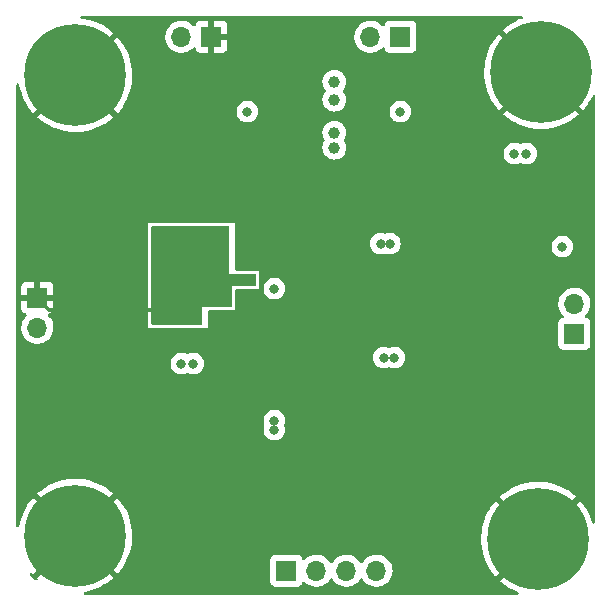
<source format=gbr>
%TF.GenerationSoftware,KiCad,Pcbnew,(6.0.1)*%
%TF.CreationDate,2022-05-08T06:10:33+05:45*%
%TF.ProjectId,STM32F4_Breakout,53544d33-3246-4345-9f42-7265616b6f75,rev?*%
%TF.SameCoordinates,Original*%
%TF.FileFunction,Copper,L2,Inr*%
%TF.FilePolarity,Positive*%
%FSLAX46Y46*%
G04 Gerber Fmt 4.6, Leading zero omitted, Abs format (unit mm)*
G04 Created by KiCad (PCBNEW (6.0.1)) date 2022-05-08 06:10:33*
%MOMM*%
%LPD*%
G01*
G04 APERTURE LIST*
%TA.AperFunction,ComponentPad*%
%ADD10C,0.900000*%
%TD*%
%TA.AperFunction,ComponentPad*%
%ADD11C,8.600000*%
%TD*%
%TA.AperFunction,ComponentPad*%
%ADD12R,1.700000X1.700000*%
%TD*%
%TA.AperFunction,ComponentPad*%
%ADD13O,1.700000X1.700000*%
%TD*%
%TA.AperFunction,ViaPad*%
%ADD14C,1.000000*%
%TD*%
%TA.AperFunction,ViaPad*%
%ADD15C,0.800000*%
%TD*%
%TA.AperFunction,Conductor*%
%ADD16C,0.300000*%
%TD*%
G04 APERTURE END LIST*
D10*
%TO.N,GND*%
%TO.C,H3*%
X76733000Y-25296000D03*
X77677581Y-23015581D03*
X79958000Y-28521000D03*
X79958000Y-22071000D03*
X82238419Y-23015581D03*
X83183000Y-25296000D03*
X82238419Y-27576419D03*
X77677581Y-27576419D03*
D11*
X79928000Y-25246000D03*
%TD*%
%TO.N,GND*%
%TO.C,H1*%
X40500000Y-64500000D03*
D10*
X38053581Y-62385581D03*
X38053581Y-66946419D03*
X40334000Y-67891000D03*
X42614419Y-62385581D03*
X43559000Y-64666000D03*
X42614419Y-66946419D03*
X37109000Y-64666000D03*
X40334000Y-61441000D03*
%TD*%
D12*
%TO.N,GND*%
%TO.C,J2*%
X37286000Y-44341000D03*
D13*
%TO.N,+3V3*%
X37286000Y-46881000D03*
%TD*%
D10*
%TO.N,GND*%
%TO.C,H4*%
X77423581Y-66946419D03*
X81984419Y-62385581D03*
X81984419Y-66946419D03*
D11*
X79674000Y-64754000D03*
D10*
X79704000Y-61441000D03*
X77423581Y-62385581D03*
X79704000Y-67891000D03*
X82929000Y-64666000D03*
X76479000Y-64666000D03*
%TD*%
%TO.N,GND*%
%TO.C,H2*%
X40334000Y-22325000D03*
X43559000Y-25550000D03*
D11*
X40500000Y-25500000D03*
D10*
X38053581Y-23269581D03*
X40334000Y-28775000D03*
X38053581Y-27830419D03*
X37109000Y-25550000D03*
X42614419Y-27830419D03*
X42614419Y-23269581D03*
%TD*%
D12*
%TO.N,SPI1_CS*%
%TO.C,J3*%
X58378000Y-67460000D03*
D13*
%TO.N,SPI1_SCK*%
X60918000Y-67460000D03*
%TO.N,SPI1_MISO*%
X63458000Y-67460000D03*
%TO.N,SPI1_MOSI*%
X65998000Y-67460000D03*
%TD*%
D12*
%TO.N,USART1_TX*%
%TO.C,J5*%
X82752000Y-47399000D03*
D13*
%TO.N,USART1_RX*%
X82752000Y-44859000D03*
%TD*%
D12*
%TO.N,GND*%
%TO.C,J6*%
X52023000Y-22248000D03*
D13*
%TO.N,VCC*%
X49483000Y-22248000D03*
%TD*%
D12*
%TO.N,I2C1_SCL*%
%TO.C,J1*%
X68025000Y-22248000D03*
D13*
%TO.N,I2C1_SDA*%
X65485000Y-22248000D03*
%TD*%
D14*
%TO.N,GND*%
X74878000Y-34440000D03*
D15*
X52780000Y-44727000D03*
D14*
X60908000Y-23010000D03*
X74878000Y-31900000D03*
X59638000Y-23010000D03*
D15*
X51256000Y-39774000D03*
D14*
X74878000Y-35710000D03*
X58368000Y-23010000D03*
X54558000Y-23010000D03*
X55828000Y-23010000D03*
X74878000Y-33170000D03*
D15*
X69544000Y-51458000D03*
X71068000Y-40536000D03*
D14*
X57098000Y-23010000D03*
D15*
X48716000Y-45362000D03*
X56082000Y-51712000D03*
X63448000Y-54760000D03*
X62178000Y-54506000D03*
X67766000Y-51458000D03*
%TO.N,+3V3*%
X49478000Y-49934000D03*
X55066000Y-28598000D03*
X67131000Y-39774000D03*
D14*
X62432000Y-30376000D03*
D15*
X68020000Y-28598000D03*
X78688000Y-32154000D03*
X66369000Y-39774000D03*
X57352000Y-54760000D03*
X57352000Y-55522000D03*
X77672000Y-32154000D03*
D14*
X62432000Y-31646000D03*
D15*
X66623000Y-49426000D03*
X67512000Y-49426000D03*
X50494000Y-49934000D03*
D14*
X62432000Y-26058000D03*
X62432000Y-27582000D03*
D15*
%TO.N,NRST*%
X81736000Y-40028000D03*
X57352000Y-43584000D03*
%TD*%
D16*
%TO.N,GND*%
X48716000Y-45362000D02*
X38307000Y-45362000D01*
X38307000Y-45362000D02*
X37286000Y-44341000D01*
%TD*%
%TA.AperFunction,Conductor*%
%TO.N,GND*%
G36*
X53484121Y-38270002D02*
G01*
X53530614Y-38323658D01*
X53542000Y-38376000D01*
X53542000Y-42314000D01*
X55702000Y-42314000D01*
X55770121Y-42334002D01*
X55816614Y-42387658D01*
X55828000Y-42440000D01*
X55828000Y-43204000D01*
X55807998Y-43272121D01*
X55754342Y-43318614D01*
X55702000Y-43330000D01*
X53796000Y-43330000D01*
X53796000Y-44982000D01*
X53775998Y-45050121D01*
X53722342Y-45096614D01*
X53670000Y-45108000D01*
X51256000Y-45108000D01*
X51256000Y-46506000D01*
X51235998Y-46574121D01*
X51182342Y-46620614D01*
X51130000Y-46632000D01*
X47064000Y-46632000D01*
X46995879Y-46611998D01*
X46949386Y-46558342D01*
X46938000Y-46506000D01*
X46938000Y-38376000D01*
X46958002Y-38307879D01*
X47011658Y-38261386D01*
X47064000Y-38250000D01*
X53416000Y-38250000D01*
X53484121Y-38270002D01*
G37*
%TD.AperFunction*%
%TD*%
%TA.AperFunction,Conductor*%
%TO.N,GND*%
G36*
X78346048Y-20490002D02*
G01*
X78392541Y-20543658D01*
X78402645Y-20613932D01*
X78373151Y-20678512D01*
X78320297Y-20714662D01*
X78112153Y-20788983D01*
X78106965Y-20791100D01*
X77723133Y-20968050D01*
X77718164Y-20970614D01*
X77351581Y-21180984D01*
X77346848Y-21183987D01*
X77000420Y-21426109D01*
X76995979Y-21429517D01*
X76724476Y-21657739D01*
X76716031Y-21670456D01*
X76722139Y-21680929D01*
X83490142Y-28448932D01*
X83503903Y-28456446D01*
X83513263Y-28449989D01*
X83682244Y-28257303D01*
X83685744Y-28252935D01*
X83935073Y-27911645D01*
X83938168Y-27906987D01*
X84156160Y-27544903D01*
X84158841Y-27539964D01*
X84290704Y-27269007D01*
X84338498Y-27216507D01*
X84407089Y-27198181D01*
X84474699Y-27219847D01*
X84519862Y-27274626D01*
X84530000Y-27324143D01*
X84530000Y-63345403D01*
X84509998Y-63413524D01*
X84456342Y-63460017D01*
X84386068Y-63470121D01*
X84321488Y-63440627D01*
X84284065Y-63384025D01*
X84185847Y-63079025D01*
X84183910Y-63073815D01*
X84019098Y-62684599D01*
X84016683Y-62679536D01*
X83817936Y-62306535D01*
X83815085Y-62301713D01*
X83583974Y-61947865D01*
X83580692Y-61943297D01*
X83319030Y-61611380D01*
X83315382Y-61607155D01*
X83262103Y-61550715D01*
X83248389Y-61542705D01*
X83247517Y-61542742D01*
X83239438Y-61547772D01*
X76470736Y-68316474D01*
X76463122Y-68330418D01*
X76463171Y-68331110D01*
X76468617Y-68339274D01*
X76546268Y-68411812D01*
X76550507Y-68415433D01*
X76883802Y-68675363D01*
X76888359Y-68678602D01*
X77243448Y-68907880D01*
X77248250Y-68910686D01*
X77622316Y-69107491D01*
X77627374Y-69109871D01*
X77962509Y-69249718D01*
X78017673Y-69294411D01*
X78039917Y-69361833D01*
X78022179Y-69430578D01*
X77970091Y-69478820D01*
X77913986Y-69492000D01*
X41330361Y-69492000D01*
X41262240Y-69471998D01*
X41215747Y-69418342D01*
X41205643Y-69348068D01*
X41235137Y-69283488D01*
X41294863Y-69245104D01*
X41312934Y-69241211D01*
X41374305Y-69232640D01*
X41379792Y-69231623D01*
X41791543Y-69136185D01*
X41796929Y-69134681D01*
X42198567Y-69003018D01*
X42203784Y-69001046D01*
X42592126Y-68834202D01*
X42597169Y-68831764D01*
X42969131Y-68631063D01*
X42973935Y-68628188D01*
X43326563Y-68395231D01*
X43331126Y-68391916D01*
X43373520Y-68358134D01*
X57019500Y-68358134D01*
X57026255Y-68420316D01*
X57077385Y-68556705D01*
X57164739Y-68673261D01*
X57281295Y-68760615D01*
X57417684Y-68811745D01*
X57479866Y-68818500D01*
X59276134Y-68818500D01*
X59338316Y-68811745D01*
X59474705Y-68760615D01*
X59591261Y-68673261D01*
X59678615Y-68556705D01*
X59683346Y-68544086D01*
X59722598Y-68439382D01*
X59765240Y-68382618D01*
X59831802Y-68357918D01*
X59901150Y-68373126D01*
X59935817Y-68401114D01*
X59964250Y-68433938D01*
X60136126Y-68576632D01*
X60329000Y-68689338D01*
X60537692Y-68769030D01*
X60542760Y-68770061D01*
X60542763Y-68770062D01*
X60650017Y-68791883D01*
X60756597Y-68813567D01*
X60761772Y-68813757D01*
X60761774Y-68813757D01*
X60974673Y-68821564D01*
X60974677Y-68821564D01*
X60979837Y-68821753D01*
X60984957Y-68821097D01*
X60984959Y-68821097D01*
X61196288Y-68794025D01*
X61196289Y-68794025D01*
X61201416Y-68793368D01*
X61206366Y-68791883D01*
X61410429Y-68730661D01*
X61410434Y-68730659D01*
X61415384Y-68729174D01*
X61615994Y-68630896D01*
X61797860Y-68501173D01*
X61956096Y-68343489D01*
X61965489Y-68330418D01*
X62086453Y-68162077D01*
X62087776Y-68163028D01*
X62134645Y-68119857D01*
X62204580Y-68107625D01*
X62270026Y-68135144D01*
X62297875Y-68166994D01*
X62357987Y-68265088D01*
X62504250Y-68433938D01*
X62676126Y-68576632D01*
X62869000Y-68689338D01*
X63077692Y-68769030D01*
X63082760Y-68770061D01*
X63082763Y-68770062D01*
X63190017Y-68791883D01*
X63296597Y-68813567D01*
X63301772Y-68813757D01*
X63301774Y-68813757D01*
X63514673Y-68821564D01*
X63514677Y-68821564D01*
X63519837Y-68821753D01*
X63524957Y-68821097D01*
X63524959Y-68821097D01*
X63736288Y-68794025D01*
X63736289Y-68794025D01*
X63741416Y-68793368D01*
X63746366Y-68791883D01*
X63950429Y-68730661D01*
X63950434Y-68730659D01*
X63955384Y-68729174D01*
X64155994Y-68630896D01*
X64337860Y-68501173D01*
X64496096Y-68343489D01*
X64505489Y-68330418D01*
X64626453Y-68162077D01*
X64627776Y-68163028D01*
X64674645Y-68119857D01*
X64744580Y-68107625D01*
X64810026Y-68135144D01*
X64837875Y-68166994D01*
X64897987Y-68265088D01*
X65044250Y-68433938D01*
X65216126Y-68576632D01*
X65409000Y-68689338D01*
X65617692Y-68769030D01*
X65622760Y-68770061D01*
X65622763Y-68770062D01*
X65730017Y-68791883D01*
X65836597Y-68813567D01*
X65841772Y-68813757D01*
X65841774Y-68813757D01*
X66054673Y-68821564D01*
X66054677Y-68821564D01*
X66059837Y-68821753D01*
X66064957Y-68821097D01*
X66064959Y-68821097D01*
X66276288Y-68794025D01*
X66276289Y-68794025D01*
X66281416Y-68793368D01*
X66286366Y-68791883D01*
X66490429Y-68730661D01*
X66490434Y-68730659D01*
X66495384Y-68729174D01*
X66695994Y-68630896D01*
X66877860Y-68501173D01*
X67036096Y-68343489D01*
X67045489Y-68330418D01*
X67163435Y-68166277D01*
X67166453Y-68162077D01*
X67176309Y-68142136D01*
X67263136Y-67966453D01*
X67263137Y-67966451D01*
X67265430Y-67961811D01*
X67301005Y-67844719D01*
X67328865Y-67753023D01*
X67328865Y-67753021D01*
X67330370Y-67748069D01*
X67359529Y-67526590D01*
X67360367Y-67492303D01*
X67361074Y-67463365D01*
X67361074Y-67463361D01*
X67361156Y-67460000D01*
X67342852Y-67237361D01*
X67288431Y-67020702D01*
X67199354Y-66815840D01*
X67133517Y-66714072D01*
X67080822Y-66632617D01*
X67080820Y-66632614D01*
X67078014Y-66628277D01*
X66927670Y-66463051D01*
X66923619Y-66459852D01*
X66923615Y-66459848D01*
X66756414Y-66327800D01*
X66756410Y-66327798D01*
X66752359Y-66324598D01*
X66556789Y-66216638D01*
X66551920Y-66214914D01*
X66551916Y-66214912D01*
X66351087Y-66143795D01*
X66351083Y-66143794D01*
X66346212Y-66142069D01*
X66341119Y-66141162D01*
X66341116Y-66141161D01*
X66131373Y-66103800D01*
X66131367Y-66103799D01*
X66126284Y-66102894D01*
X66052452Y-66101992D01*
X65908081Y-66100228D01*
X65908079Y-66100228D01*
X65902911Y-66100165D01*
X65682091Y-66133955D01*
X65469756Y-66203357D01*
X65271607Y-66306507D01*
X65267474Y-66309610D01*
X65267471Y-66309612D01*
X65128511Y-66413946D01*
X65092965Y-66440635D01*
X65089393Y-66444373D01*
X64952895Y-66587210D01*
X64938629Y-66602138D01*
X64831201Y-66759621D01*
X64776293Y-66804621D01*
X64705768Y-66812792D01*
X64642021Y-66781538D01*
X64621324Y-66757054D01*
X64540822Y-66632617D01*
X64540820Y-66632614D01*
X64538014Y-66628277D01*
X64387670Y-66463051D01*
X64383619Y-66459852D01*
X64383615Y-66459848D01*
X64216414Y-66327800D01*
X64216410Y-66327798D01*
X64212359Y-66324598D01*
X64016789Y-66216638D01*
X64011920Y-66214914D01*
X64011916Y-66214912D01*
X63811087Y-66143795D01*
X63811083Y-66143794D01*
X63806212Y-66142069D01*
X63801119Y-66141162D01*
X63801116Y-66141161D01*
X63591373Y-66103800D01*
X63591367Y-66103799D01*
X63586284Y-66102894D01*
X63512452Y-66101992D01*
X63368081Y-66100228D01*
X63368079Y-66100228D01*
X63362911Y-66100165D01*
X63142091Y-66133955D01*
X62929756Y-66203357D01*
X62731607Y-66306507D01*
X62727474Y-66309610D01*
X62727471Y-66309612D01*
X62588511Y-66413946D01*
X62552965Y-66440635D01*
X62549393Y-66444373D01*
X62412895Y-66587210D01*
X62398629Y-66602138D01*
X62291201Y-66759621D01*
X62236293Y-66804621D01*
X62165768Y-66812792D01*
X62102021Y-66781538D01*
X62081324Y-66757054D01*
X62000822Y-66632617D01*
X62000820Y-66632614D01*
X61998014Y-66628277D01*
X61847670Y-66463051D01*
X61843619Y-66459852D01*
X61843615Y-66459848D01*
X61676414Y-66327800D01*
X61676410Y-66327798D01*
X61672359Y-66324598D01*
X61476789Y-66216638D01*
X61471920Y-66214914D01*
X61471916Y-66214912D01*
X61271087Y-66143795D01*
X61271083Y-66143794D01*
X61266212Y-66142069D01*
X61261119Y-66141162D01*
X61261116Y-66141161D01*
X61051373Y-66103800D01*
X61051367Y-66103799D01*
X61046284Y-66102894D01*
X60972452Y-66101992D01*
X60828081Y-66100228D01*
X60828079Y-66100228D01*
X60822911Y-66100165D01*
X60602091Y-66133955D01*
X60389756Y-66203357D01*
X60191607Y-66306507D01*
X60187474Y-66309610D01*
X60187471Y-66309612D01*
X60048511Y-66413946D01*
X60012965Y-66440635D01*
X59956537Y-66499684D01*
X59932283Y-66525064D01*
X59870759Y-66560494D01*
X59799846Y-66557037D01*
X59742060Y-66515791D01*
X59723207Y-66482243D01*
X59681767Y-66371703D01*
X59678615Y-66363295D01*
X59591261Y-66246739D01*
X59474705Y-66159385D01*
X59338316Y-66108255D01*
X59276134Y-66101500D01*
X57479866Y-66101500D01*
X57417684Y-66108255D01*
X57281295Y-66159385D01*
X57164739Y-66246739D01*
X57077385Y-66363295D01*
X57026255Y-66499684D01*
X57019500Y-66561866D01*
X57019500Y-68358134D01*
X43373520Y-68358134D01*
X43661658Y-68128529D01*
X43665873Y-68124852D01*
X43703823Y-68088649D01*
X43711763Y-68074890D01*
X43711713Y-68073843D01*
X43706822Y-68066032D01*
X43319319Y-67678529D01*
X43305375Y-67670915D01*
X43303540Y-67671046D01*
X43296930Y-67675294D01*
X43229601Y-67742622D01*
X43167288Y-67776647D01*
X43096473Y-67771581D01*
X43051410Y-67742621D01*
X42255209Y-66946419D01*
X41818216Y-66509427D01*
X41784191Y-66447115D01*
X41789256Y-66376299D01*
X41818216Y-66331237D01*
X41882313Y-66267139D01*
X41889924Y-66253201D01*
X41889792Y-66251365D01*
X41885543Y-66244753D01*
X40512812Y-64872022D01*
X40498868Y-64864408D01*
X40497035Y-64864539D01*
X40490420Y-64868790D01*
X38938879Y-66420331D01*
X38053581Y-67305628D01*
X37527494Y-67831716D01*
X37296736Y-68062474D01*
X37289122Y-68076418D01*
X37289171Y-68077110D01*
X37295576Y-68086713D01*
X37316734Y-68154483D01*
X37297894Y-68222934D01*
X37245037Y-68270334D01*
X37174945Y-68281632D01*
X37107336Y-68251061D01*
X37075494Y-68222934D01*
X36988042Y-68145685D01*
X36980320Y-68138256D01*
X36977350Y-68135144D01*
X36703827Y-67848596D01*
X36696761Y-67840532D01*
X36674992Y-67813448D01*
X36647906Y-67747822D01*
X36660600Y-67677969D01*
X36709045Y-67626069D01*
X36777858Y-67608598D01*
X36845193Y-67631104D01*
X36867058Y-67650447D01*
X36913222Y-67701988D01*
X36926717Y-67710351D01*
X36936128Y-67704662D01*
X37168283Y-67472507D01*
X38053581Y-66587210D01*
X38078924Y-66561867D01*
X38579668Y-66061122D01*
X40127978Y-64512812D01*
X40134356Y-64501132D01*
X40864408Y-64501132D01*
X40864539Y-64502965D01*
X40868790Y-64509580D01*
X44062142Y-67702932D01*
X44075903Y-67710446D01*
X44085263Y-67703989D01*
X44254244Y-67511303D01*
X44257744Y-67506935D01*
X44507073Y-67165645D01*
X44510168Y-67160987D01*
X44728160Y-66798903D01*
X44730841Y-66793964D01*
X44915779Y-66413946D01*
X44918014Y-66408780D01*
X45068442Y-66013815D01*
X45070201Y-66008496D01*
X45184920Y-65601730D01*
X45186204Y-65596259D01*
X45264315Y-65180883D01*
X45265102Y-65175346D01*
X45306035Y-64754102D01*
X45306308Y-64749665D01*
X45309420Y-64630825D01*
X74862855Y-64630825D01*
X74870600Y-65053410D01*
X74870950Y-65058976D01*
X74916231Y-65479208D01*
X74917078Y-65484746D01*
X74999535Y-65899286D01*
X75000864Y-65904698D01*
X75119852Y-66310289D01*
X75121658Y-66315564D01*
X75276219Y-66708948D01*
X75278501Y-66714072D01*
X75467416Y-67092150D01*
X75470140Y-67097043D01*
X75691917Y-67456833D01*
X75695068Y-67461469D01*
X75947955Y-67800127D01*
X75951488Y-67804444D01*
X76087222Y-67955988D01*
X76100717Y-67964351D01*
X76110128Y-67958662D01*
X76554471Y-67514319D01*
X76566493Y-67492303D01*
X76577834Y-67440172D01*
X76599326Y-67411463D01*
X77423581Y-66587209D01*
X77888481Y-66122308D01*
X77950793Y-66088283D01*
X77968586Y-66085725D01*
X77981635Y-66084792D01*
X77988249Y-66080541D01*
X79301978Y-64766812D01*
X79309592Y-64752868D01*
X79309461Y-64751035D01*
X79305210Y-64744420D01*
X76109561Y-61548771D01*
X76096253Y-61541504D01*
X76086214Y-61548626D01*
X75842223Y-61841994D01*
X75838828Y-61846467D01*
X75598528Y-62194152D01*
X75595549Y-62198902D01*
X75387106Y-62566575D01*
X75384562Y-62571568D01*
X75209629Y-62956312D01*
X75207538Y-62961511D01*
X75067498Y-63360290D01*
X75065877Y-63365659D01*
X74961840Y-63775303D01*
X74960706Y-63780776D01*
X74893496Y-64198054D01*
X74892851Y-64203632D01*
X74863002Y-64625204D01*
X74862855Y-64630825D01*
X45309420Y-64630825D01*
X45312788Y-64502233D01*
X45312746Y-64497762D01*
X45293917Y-64074973D01*
X45293419Y-64069386D01*
X45237155Y-63650499D01*
X45236162Y-63644976D01*
X45142883Y-63232748D01*
X45141410Y-63227361D01*
X45011847Y-62825025D01*
X45009910Y-62819815D01*
X44845098Y-62430599D01*
X44842683Y-62425536D01*
X44643936Y-62052535D01*
X44641085Y-62047713D01*
X44409974Y-61693865D01*
X44406692Y-61689297D01*
X44145030Y-61357380D01*
X44141382Y-61353155D01*
X44088103Y-61296715D01*
X44074389Y-61288705D01*
X44073517Y-61288742D01*
X44065438Y-61293772D01*
X43499717Y-61859493D01*
X42614419Y-62744790D01*
X42088332Y-63270878D01*
X40872022Y-64487188D01*
X40864408Y-64501132D01*
X40134356Y-64501132D01*
X40135592Y-64498868D01*
X40135461Y-64497035D01*
X40131210Y-64490420D01*
X38758481Y-63117691D01*
X38744537Y-63110077D01*
X38742702Y-63110208D01*
X38736092Y-63114456D01*
X38668763Y-63181784D01*
X38606450Y-63215809D01*
X38535635Y-63210743D01*
X38490572Y-63181783D01*
X37694371Y-62385581D01*
X37257378Y-61948589D01*
X37223353Y-61886277D01*
X37228418Y-61815461D01*
X37257378Y-61770399D01*
X37321475Y-61706301D01*
X37329086Y-61692363D01*
X37328954Y-61690527D01*
X37324705Y-61683915D01*
X36935561Y-61294771D01*
X36922253Y-61287504D01*
X36912214Y-61294626D01*
X36668223Y-61587994D01*
X36664828Y-61592467D01*
X36424528Y-61940152D01*
X36421549Y-61944902D01*
X36213106Y-62312575D01*
X36210562Y-62317568D01*
X36035629Y-62702312D01*
X36033538Y-62707511D01*
X35893498Y-63106290D01*
X35891877Y-63111659D01*
X35787840Y-63521303D01*
X35786706Y-63526776D01*
X35758397Y-63702537D01*
X35727817Y-63766611D01*
X35667451Y-63803980D01*
X35596464Y-63802780D01*
X35537395Y-63763393D01*
X35508997Y-63698323D01*
X35508000Y-63682501D01*
X35508000Y-60924456D01*
X37288031Y-60924456D01*
X37294139Y-60934929D01*
X40487188Y-64127978D01*
X40501132Y-64135592D01*
X40502965Y-64135461D01*
X40509580Y-64131210D01*
X41729121Y-62911669D01*
X42614419Y-62026372D01*
X42695284Y-61945507D01*
X43140506Y-61500284D01*
X43462334Y-61178456D01*
X76462031Y-61178456D01*
X76468139Y-61188929D01*
X76825681Y-61546471D01*
X76839625Y-61554085D01*
X76870744Y-61551860D01*
X76890952Y-61545927D01*
X76959072Y-61565932D01*
X76980043Y-61582832D01*
X77423581Y-62026371D01*
X78228621Y-62831410D01*
X78262646Y-62893722D01*
X78257581Y-62964538D01*
X78254967Y-62970262D01*
X78255208Y-62973634D01*
X78259460Y-62980250D01*
X79661188Y-64381978D01*
X79675132Y-64389592D01*
X79676965Y-64389461D01*
X79683580Y-64385210D01*
X81115309Y-62953481D01*
X81127331Y-62931465D01*
X81138672Y-62879334D01*
X81160164Y-62850625D01*
X81984419Y-62026371D01*
X82449319Y-61561470D01*
X82511631Y-61527445D01*
X82529424Y-61524887D01*
X82542473Y-61523954D01*
X82549087Y-61519703D01*
X82876754Y-61192036D01*
X82884316Y-61178187D01*
X82877987Y-61168962D01*
X82704928Y-61015582D01*
X82700561Y-61012046D01*
X82360600Y-60760948D01*
X82355947Y-60757821D01*
X81994995Y-60537926D01*
X81990094Y-60535232D01*
X81611027Y-60348297D01*
X81605904Y-60346048D01*
X81211707Y-60193545D01*
X81206417Y-60191765D01*
X80800218Y-60074904D01*
X80794794Y-60073602D01*
X80379822Y-59993316D01*
X80374293Y-59992500D01*
X79953828Y-59949420D01*
X79948247Y-59949098D01*
X79525635Y-59943566D01*
X79520024Y-59943742D01*
X79098593Y-59975800D01*
X79093036Y-59976472D01*
X78676128Y-60045864D01*
X78670631Y-60047032D01*
X78261547Y-60153209D01*
X78256181Y-60154861D01*
X77858153Y-60296983D01*
X77852965Y-60299100D01*
X77469133Y-60476050D01*
X77464164Y-60478614D01*
X77097581Y-60688984D01*
X77092848Y-60691987D01*
X76746420Y-60934109D01*
X76741979Y-60937517D01*
X76470476Y-61165739D01*
X76462031Y-61178456D01*
X43462334Y-61178456D01*
X43702754Y-60938036D01*
X43710316Y-60924187D01*
X43703987Y-60914962D01*
X43530928Y-60761582D01*
X43526561Y-60758046D01*
X43186600Y-60506948D01*
X43181947Y-60503821D01*
X42820995Y-60283926D01*
X42816094Y-60281232D01*
X42437027Y-60094297D01*
X42431904Y-60092048D01*
X42037707Y-59939545D01*
X42032417Y-59937765D01*
X41626218Y-59820904D01*
X41620794Y-59819602D01*
X41205822Y-59739316D01*
X41200293Y-59738500D01*
X40779828Y-59695420D01*
X40774247Y-59695098D01*
X40351635Y-59689566D01*
X40346024Y-59689742D01*
X39924593Y-59721800D01*
X39919036Y-59722472D01*
X39502128Y-59791864D01*
X39496631Y-59793032D01*
X39087547Y-59899209D01*
X39082181Y-59900861D01*
X38684153Y-60042983D01*
X38678965Y-60045100D01*
X38295133Y-60222050D01*
X38290164Y-60224614D01*
X37923581Y-60434984D01*
X37918848Y-60437987D01*
X37572420Y-60680109D01*
X37567979Y-60683517D01*
X37296476Y-60911739D01*
X37288031Y-60924456D01*
X35508000Y-60924456D01*
X35508000Y-55522000D01*
X56438496Y-55522000D01*
X56458458Y-55711928D01*
X56517473Y-55893556D01*
X56612960Y-56058944D01*
X56740747Y-56200866D01*
X56895248Y-56313118D01*
X56901276Y-56315802D01*
X56901278Y-56315803D01*
X57063681Y-56388109D01*
X57069712Y-56390794D01*
X57163112Y-56410647D01*
X57250056Y-56429128D01*
X57250061Y-56429128D01*
X57256513Y-56430500D01*
X57447487Y-56430500D01*
X57453939Y-56429128D01*
X57453944Y-56429128D01*
X57540888Y-56410647D01*
X57634288Y-56390794D01*
X57640319Y-56388109D01*
X57802722Y-56315803D01*
X57802724Y-56315802D01*
X57808752Y-56313118D01*
X57963253Y-56200866D01*
X58091040Y-56058944D01*
X58186527Y-55893556D01*
X58245542Y-55711928D01*
X58265504Y-55522000D01*
X58245542Y-55332072D01*
X58196110Y-55179936D01*
X58194082Y-55108969D01*
X58196110Y-55102064D01*
X58243502Y-54956206D01*
X58245542Y-54949928D01*
X58265504Y-54760000D01*
X58245542Y-54570072D01*
X58186527Y-54388444D01*
X58091040Y-54223056D01*
X57963253Y-54081134D01*
X57808752Y-53968882D01*
X57802724Y-53966198D01*
X57802722Y-53966197D01*
X57640319Y-53893891D01*
X57640318Y-53893891D01*
X57634288Y-53891206D01*
X57540887Y-53871353D01*
X57453944Y-53852872D01*
X57453939Y-53852872D01*
X57447487Y-53851500D01*
X57256513Y-53851500D01*
X57250061Y-53852872D01*
X57250056Y-53852872D01*
X57163112Y-53871353D01*
X57069712Y-53891206D01*
X57063682Y-53893891D01*
X57063681Y-53893891D01*
X56901278Y-53966197D01*
X56901276Y-53966198D01*
X56895248Y-53968882D01*
X56740747Y-54081134D01*
X56612960Y-54223056D01*
X56517473Y-54388444D01*
X56458458Y-54570072D01*
X56438496Y-54760000D01*
X56458458Y-54949928D01*
X56460498Y-54956206D01*
X56507890Y-55102064D01*
X56509918Y-55173031D01*
X56507890Y-55179936D01*
X56458458Y-55332072D01*
X56438496Y-55522000D01*
X35508000Y-55522000D01*
X35508000Y-49934000D01*
X48564496Y-49934000D01*
X48565186Y-49940565D01*
X48582863Y-50108749D01*
X48584458Y-50123928D01*
X48643473Y-50305556D01*
X48738960Y-50470944D01*
X48866747Y-50612866D01*
X49021248Y-50725118D01*
X49027276Y-50727802D01*
X49027278Y-50727803D01*
X49189681Y-50800109D01*
X49195712Y-50802794D01*
X49289112Y-50822647D01*
X49376056Y-50841128D01*
X49376061Y-50841128D01*
X49382513Y-50842500D01*
X49573487Y-50842500D01*
X49579939Y-50841128D01*
X49579944Y-50841128D01*
X49666888Y-50822647D01*
X49760288Y-50802794D01*
X49934752Y-50725118D01*
X50005118Y-50715684D01*
X50037247Y-50725118D01*
X50037248Y-50725118D01*
X50211712Y-50802794D01*
X50305112Y-50822647D01*
X50392056Y-50841128D01*
X50392061Y-50841128D01*
X50398513Y-50842500D01*
X50589487Y-50842500D01*
X50595939Y-50841128D01*
X50595944Y-50841128D01*
X50682888Y-50822647D01*
X50776288Y-50802794D01*
X50782319Y-50800109D01*
X50944722Y-50727803D01*
X50944724Y-50727802D01*
X50950752Y-50725118D01*
X51105253Y-50612866D01*
X51233040Y-50470944D01*
X51328527Y-50305556D01*
X51387542Y-50123928D01*
X51389138Y-50108749D01*
X51406814Y-49940565D01*
X51407504Y-49934000D01*
X51387542Y-49744072D01*
X51328527Y-49562444D01*
X51249751Y-49426000D01*
X65709496Y-49426000D01*
X65729458Y-49615928D01*
X65788473Y-49797556D01*
X65883960Y-49962944D01*
X66011747Y-50104866D01*
X66166248Y-50217118D01*
X66172276Y-50219802D01*
X66172278Y-50219803D01*
X66229748Y-50245390D01*
X66340712Y-50294794D01*
X66434113Y-50314647D01*
X66521056Y-50333128D01*
X66521061Y-50333128D01*
X66527513Y-50334500D01*
X66718487Y-50334500D01*
X66724939Y-50333128D01*
X66724944Y-50333128D01*
X66811887Y-50314647D01*
X66905288Y-50294794D01*
X67016252Y-50245390D01*
X67086618Y-50235956D01*
X67118746Y-50245389D01*
X67229712Y-50294794D01*
X67323113Y-50314647D01*
X67410056Y-50333128D01*
X67410061Y-50333128D01*
X67416513Y-50334500D01*
X67607487Y-50334500D01*
X67613939Y-50333128D01*
X67613944Y-50333128D01*
X67700887Y-50314647D01*
X67794288Y-50294794D01*
X67905252Y-50245390D01*
X67962722Y-50219803D01*
X67962724Y-50219802D01*
X67968752Y-50217118D01*
X68123253Y-50104866D01*
X68251040Y-49962944D01*
X68346527Y-49797556D01*
X68405542Y-49615928D01*
X68425504Y-49426000D01*
X68408062Y-49260045D01*
X68406232Y-49242635D01*
X68406232Y-49242633D01*
X68405542Y-49236072D01*
X68346527Y-49054444D01*
X68251040Y-48889056D01*
X68123253Y-48747134D01*
X67968752Y-48634882D01*
X67962724Y-48632198D01*
X67962722Y-48632197D01*
X67800319Y-48559891D01*
X67800318Y-48559891D01*
X67794288Y-48557206D01*
X67700888Y-48537353D01*
X67613944Y-48518872D01*
X67613939Y-48518872D01*
X67607487Y-48517500D01*
X67416513Y-48517500D01*
X67410061Y-48518872D01*
X67410056Y-48518872D01*
X67323112Y-48537353D01*
X67229712Y-48557206D01*
X67118748Y-48606610D01*
X67048382Y-48616044D01*
X67016254Y-48606611D01*
X66905288Y-48557206D01*
X66811888Y-48537353D01*
X66724944Y-48518872D01*
X66724939Y-48518872D01*
X66718487Y-48517500D01*
X66527513Y-48517500D01*
X66521061Y-48518872D01*
X66521056Y-48518872D01*
X66434112Y-48537353D01*
X66340712Y-48557206D01*
X66334682Y-48559891D01*
X66334681Y-48559891D01*
X66172278Y-48632197D01*
X66172276Y-48632198D01*
X66166248Y-48634882D01*
X66011747Y-48747134D01*
X65883960Y-48889056D01*
X65788473Y-49054444D01*
X65729458Y-49236072D01*
X65728768Y-49242633D01*
X65728768Y-49242635D01*
X65726938Y-49260045D01*
X65709496Y-49426000D01*
X51249751Y-49426000D01*
X51233040Y-49397056D01*
X51105253Y-49255134D01*
X50950752Y-49142882D01*
X50944724Y-49140198D01*
X50944722Y-49140197D01*
X50782319Y-49067891D01*
X50782318Y-49067891D01*
X50776288Y-49065206D01*
X50682887Y-49045353D01*
X50595944Y-49026872D01*
X50595939Y-49026872D01*
X50589487Y-49025500D01*
X50398513Y-49025500D01*
X50392061Y-49026872D01*
X50392056Y-49026872D01*
X50305112Y-49045353D01*
X50211712Y-49065206D01*
X50037248Y-49142882D01*
X49966882Y-49152316D01*
X49934753Y-49142882D01*
X49934752Y-49142882D01*
X49760288Y-49065206D01*
X49666887Y-49045353D01*
X49579944Y-49026872D01*
X49579939Y-49026872D01*
X49573487Y-49025500D01*
X49382513Y-49025500D01*
X49376061Y-49026872D01*
X49376056Y-49026872D01*
X49289112Y-49045353D01*
X49195712Y-49065206D01*
X49189682Y-49067891D01*
X49189681Y-49067891D01*
X49027278Y-49140197D01*
X49027276Y-49140198D01*
X49021248Y-49142882D01*
X48866747Y-49255134D01*
X48738960Y-49397056D01*
X48643473Y-49562444D01*
X48584458Y-49744072D01*
X48564496Y-49934000D01*
X35508000Y-49934000D01*
X35508000Y-46847695D01*
X35923251Y-46847695D01*
X35923548Y-46852848D01*
X35923548Y-46852851D01*
X35929011Y-46947590D01*
X35936110Y-47070715D01*
X35937247Y-47075761D01*
X35937248Y-47075767D01*
X35957119Y-47163939D01*
X35985222Y-47288639D01*
X36069266Y-47495616D01*
X36185987Y-47686088D01*
X36332250Y-47854938D01*
X36504126Y-47997632D01*
X36697000Y-48110338D01*
X36905692Y-48190030D01*
X36910760Y-48191061D01*
X36910763Y-48191062D01*
X37018017Y-48212883D01*
X37124597Y-48234567D01*
X37129772Y-48234757D01*
X37129774Y-48234757D01*
X37342673Y-48242564D01*
X37342677Y-48242564D01*
X37347837Y-48242753D01*
X37352957Y-48242097D01*
X37352959Y-48242097D01*
X37564288Y-48215025D01*
X37564289Y-48215025D01*
X37569416Y-48214368D01*
X37574366Y-48212883D01*
X37778429Y-48151661D01*
X37778434Y-48151659D01*
X37783384Y-48150174D01*
X37983994Y-48051896D01*
X38165860Y-47922173D01*
X38324096Y-47764489D01*
X38383594Y-47681689D01*
X38451435Y-47587277D01*
X38454453Y-47583077D01*
X38553430Y-47382811D01*
X38618370Y-47169069D01*
X38647529Y-46947590D01*
X38649034Y-46886000D01*
X46684000Y-46886000D01*
X51764000Y-46886000D01*
X51764000Y-45488000D01*
X51784002Y-45419879D01*
X51837658Y-45373386D01*
X51890000Y-45362000D01*
X54050000Y-45362000D01*
X54050000Y-44825695D01*
X81389251Y-44825695D01*
X81389548Y-44830848D01*
X81389548Y-44830851D01*
X81395011Y-44925590D01*
X81402110Y-45048715D01*
X81403247Y-45053761D01*
X81403248Y-45053767D01*
X81423119Y-45141939D01*
X81451222Y-45266639D01*
X81535266Y-45473616D01*
X81585110Y-45554955D01*
X81639876Y-45644324D01*
X81651987Y-45664088D01*
X81798250Y-45832938D01*
X81802230Y-45836242D01*
X81806981Y-45840187D01*
X81846616Y-45899090D01*
X81848113Y-45970071D01*
X81810997Y-46030593D01*
X81770724Y-46055112D01*
X81655295Y-46098385D01*
X81538739Y-46185739D01*
X81451385Y-46302295D01*
X81400255Y-46438684D01*
X81393500Y-46500866D01*
X81393500Y-48297134D01*
X81400255Y-48359316D01*
X81451385Y-48495705D01*
X81538739Y-48612261D01*
X81655295Y-48699615D01*
X81791684Y-48750745D01*
X81853866Y-48757500D01*
X83650134Y-48757500D01*
X83712316Y-48750745D01*
X83848705Y-48699615D01*
X83965261Y-48612261D01*
X84052615Y-48495705D01*
X84103745Y-48359316D01*
X84110500Y-48297134D01*
X84110500Y-46500866D01*
X84103745Y-46438684D01*
X84052615Y-46302295D01*
X83965261Y-46185739D01*
X83848705Y-46098385D01*
X83836132Y-46093672D01*
X83730203Y-46053960D01*
X83673439Y-46011318D01*
X83648739Y-45944756D01*
X83663947Y-45875408D01*
X83685493Y-45846727D01*
X83786435Y-45746137D01*
X83790096Y-45742489D01*
X83849594Y-45659689D01*
X83917435Y-45565277D01*
X83920453Y-45561077D01*
X83985703Y-45429054D01*
X84017136Y-45365453D01*
X84017137Y-45365451D01*
X84019430Y-45360811D01*
X84084370Y-45147069D01*
X84113529Y-44925590D01*
X84115156Y-44859000D01*
X84096852Y-44636361D01*
X84042431Y-44419702D01*
X83953354Y-44214840D01*
X83867756Y-44082525D01*
X83834822Y-44031617D01*
X83834820Y-44031614D01*
X83832014Y-44027277D01*
X83681670Y-43862051D01*
X83677619Y-43858852D01*
X83677615Y-43858848D01*
X83510414Y-43726800D01*
X83510410Y-43726798D01*
X83506359Y-43723598D01*
X83310789Y-43615638D01*
X83305920Y-43613914D01*
X83305916Y-43613912D01*
X83105087Y-43542795D01*
X83105083Y-43542794D01*
X83100212Y-43541069D01*
X83095119Y-43540162D01*
X83095116Y-43540161D01*
X82885373Y-43502800D01*
X82885367Y-43502799D01*
X82880284Y-43501894D01*
X82806452Y-43500992D01*
X82662081Y-43499228D01*
X82662079Y-43499228D01*
X82656911Y-43499165D01*
X82436091Y-43532955D01*
X82223756Y-43602357D01*
X82025607Y-43705507D01*
X82021474Y-43708610D01*
X82021471Y-43708612D01*
X81926117Y-43780206D01*
X81846965Y-43839635D01*
X81692629Y-44001138D01*
X81566743Y-44185680D01*
X81551003Y-44219590D01*
X81480611Y-44371237D01*
X81472688Y-44388305D01*
X81412989Y-44603570D01*
X81389251Y-44825695D01*
X54050000Y-44825695D01*
X54050000Y-43710000D01*
X54070002Y-43641879D01*
X54123658Y-43595386D01*
X54176000Y-43584000D01*
X56082000Y-43584000D01*
X56438496Y-43584000D01*
X56458458Y-43773928D01*
X56517473Y-43955556D01*
X56612960Y-44120944D01*
X56740747Y-44262866D01*
X56895248Y-44375118D01*
X56901276Y-44377802D01*
X56901278Y-44377803D01*
X57006656Y-44424720D01*
X57069712Y-44452794D01*
X57163112Y-44472647D01*
X57250056Y-44491128D01*
X57250061Y-44491128D01*
X57256513Y-44492500D01*
X57447487Y-44492500D01*
X57453939Y-44491128D01*
X57453944Y-44491128D01*
X57540888Y-44472647D01*
X57634288Y-44452794D01*
X57697344Y-44424720D01*
X57802722Y-44377803D01*
X57802724Y-44377802D01*
X57808752Y-44375118D01*
X57963253Y-44262866D01*
X58091040Y-44120944D01*
X58186527Y-43955556D01*
X58245542Y-43773928D01*
X58265504Y-43584000D01*
X58256970Y-43502800D01*
X58246232Y-43400635D01*
X58246232Y-43400633D01*
X58245542Y-43394072D01*
X58186527Y-43212444D01*
X58091040Y-43047056D01*
X58049676Y-43001116D01*
X57967675Y-42910045D01*
X57967674Y-42910044D01*
X57963253Y-42905134D01*
X57808752Y-42792882D01*
X57802724Y-42790198D01*
X57802722Y-42790197D01*
X57640319Y-42717891D01*
X57640318Y-42717891D01*
X57634288Y-42715206D01*
X57540887Y-42695353D01*
X57453944Y-42676872D01*
X57453939Y-42676872D01*
X57447487Y-42675500D01*
X57256513Y-42675500D01*
X57250061Y-42676872D01*
X57250056Y-42676872D01*
X57163113Y-42695353D01*
X57069712Y-42715206D01*
X57063682Y-42717891D01*
X57063681Y-42717891D01*
X56901278Y-42790197D01*
X56901276Y-42790198D01*
X56895248Y-42792882D01*
X56740747Y-42905134D01*
X56736326Y-42910044D01*
X56736325Y-42910045D01*
X56654325Y-43001116D01*
X56612960Y-43047056D01*
X56517473Y-43212444D01*
X56458458Y-43394072D01*
X56457768Y-43400633D01*
X56457768Y-43400635D01*
X56447030Y-43502800D01*
X56438496Y-43584000D01*
X56082000Y-43584000D01*
X56082000Y-42060000D01*
X54176000Y-42060000D01*
X54107879Y-42039998D01*
X54061386Y-41986342D01*
X54050000Y-41934000D01*
X54050000Y-39774000D01*
X65455496Y-39774000D01*
X65475458Y-39963928D01*
X65534473Y-40145556D01*
X65629960Y-40310944D01*
X65634378Y-40315851D01*
X65634379Y-40315852D01*
X65753325Y-40447955D01*
X65757747Y-40452866D01*
X65912248Y-40565118D01*
X65918276Y-40567802D01*
X65918278Y-40567803D01*
X66080677Y-40640107D01*
X66086712Y-40642794D01*
X66180113Y-40662647D01*
X66267056Y-40681128D01*
X66267061Y-40681128D01*
X66273513Y-40682500D01*
X66464487Y-40682500D01*
X66470939Y-40681128D01*
X66470944Y-40681128D01*
X66609660Y-40651642D01*
X66651288Y-40642794D01*
X66657321Y-40640108D01*
X66657324Y-40640107D01*
X66698752Y-40621662D01*
X66769119Y-40612228D01*
X66801248Y-40621662D01*
X66842676Y-40640107D01*
X66842679Y-40640108D01*
X66848712Y-40642794D01*
X66890340Y-40651642D01*
X67029056Y-40681128D01*
X67029061Y-40681128D01*
X67035513Y-40682500D01*
X67226487Y-40682500D01*
X67232939Y-40681128D01*
X67232944Y-40681128D01*
X67319887Y-40662647D01*
X67413288Y-40642794D01*
X67419323Y-40640107D01*
X67581722Y-40567803D01*
X67581724Y-40567802D01*
X67587752Y-40565118D01*
X67742253Y-40452866D01*
X67746675Y-40447955D01*
X67865621Y-40315852D01*
X67865622Y-40315851D01*
X67870040Y-40310944D01*
X67965527Y-40145556D01*
X68003724Y-40028000D01*
X80822496Y-40028000D01*
X80842458Y-40217928D01*
X80901473Y-40399556D01*
X80996960Y-40564944D01*
X81001378Y-40569851D01*
X81001379Y-40569852D01*
X81101572Y-40681128D01*
X81124747Y-40706866D01*
X81279248Y-40819118D01*
X81285276Y-40821802D01*
X81285278Y-40821803D01*
X81447681Y-40894109D01*
X81453712Y-40896794D01*
X81547113Y-40916647D01*
X81634056Y-40935128D01*
X81634061Y-40935128D01*
X81640513Y-40936500D01*
X81831487Y-40936500D01*
X81837939Y-40935128D01*
X81837944Y-40935128D01*
X81924887Y-40916647D01*
X82018288Y-40896794D01*
X82024319Y-40894109D01*
X82186722Y-40821803D01*
X82186724Y-40821802D01*
X82192752Y-40819118D01*
X82347253Y-40706866D01*
X82370428Y-40681128D01*
X82470621Y-40569852D01*
X82470622Y-40569851D01*
X82475040Y-40564944D01*
X82570527Y-40399556D01*
X82629542Y-40217928D01*
X82649504Y-40028000D01*
X82629542Y-39838072D01*
X82570527Y-39656444D01*
X82475040Y-39491056D01*
X82395254Y-39402444D01*
X82351675Y-39354045D01*
X82351674Y-39354044D01*
X82347253Y-39349134D01*
X82192752Y-39236882D01*
X82186724Y-39234198D01*
X82186722Y-39234197D01*
X82024319Y-39161891D01*
X82024318Y-39161891D01*
X82018288Y-39159206D01*
X81924887Y-39139353D01*
X81837944Y-39120872D01*
X81837939Y-39120872D01*
X81831487Y-39119500D01*
X81640513Y-39119500D01*
X81634061Y-39120872D01*
X81634056Y-39120872D01*
X81547113Y-39139353D01*
X81453712Y-39159206D01*
X81447682Y-39161891D01*
X81447681Y-39161891D01*
X81285278Y-39234197D01*
X81285276Y-39234198D01*
X81279248Y-39236882D01*
X81124747Y-39349134D01*
X81120326Y-39354044D01*
X81120325Y-39354045D01*
X81076747Y-39402444D01*
X80996960Y-39491056D01*
X80901473Y-39656444D01*
X80842458Y-39838072D01*
X80822496Y-40028000D01*
X68003724Y-40028000D01*
X68024542Y-39963928D01*
X68044504Y-39774000D01*
X68024542Y-39584072D01*
X67965527Y-39402444D01*
X67870040Y-39237056D01*
X67742253Y-39095134D01*
X67587752Y-38982882D01*
X67581724Y-38980198D01*
X67581722Y-38980197D01*
X67419319Y-38907891D01*
X67419318Y-38907891D01*
X67413288Y-38905206D01*
X67319887Y-38885353D01*
X67232944Y-38866872D01*
X67232939Y-38866872D01*
X67226487Y-38865500D01*
X67035513Y-38865500D01*
X67029061Y-38866872D01*
X67029056Y-38866872D01*
X66890340Y-38896358D01*
X66848712Y-38905206D01*
X66842679Y-38907892D01*
X66842676Y-38907893D01*
X66801248Y-38926338D01*
X66730881Y-38935772D01*
X66698752Y-38926338D01*
X66657324Y-38907893D01*
X66657321Y-38907892D01*
X66651288Y-38905206D01*
X66609660Y-38896358D01*
X66470944Y-38866872D01*
X66470939Y-38866872D01*
X66464487Y-38865500D01*
X66273513Y-38865500D01*
X66267061Y-38866872D01*
X66267056Y-38866872D01*
X66180113Y-38885353D01*
X66086712Y-38905206D01*
X66080682Y-38907891D01*
X66080681Y-38907891D01*
X65918278Y-38980197D01*
X65918276Y-38980198D01*
X65912248Y-38982882D01*
X65757747Y-39095134D01*
X65629960Y-39237056D01*
X65534473Y-39402444D01*
X65475458Y-39584072D01*
X65455496Y-39774000D01*
X54050000Y-39774000D01*
X54050000Y-37996000D01*
X46684000Y-37996000D01*
X46684000Y-46886000D01*
X38649034Y-46886000D01*
X38649156Y-46881000D01*
X38630852Y-46658361D01*
X38576431Y-46441702D01*
X38487354Y-46236840D01*
X38401268Y-46103771D01*
X38368822Y-46053617D01*
X38368820Y-46053614D01*
X38366014Y-46049277D01*
X38362540Y-46045459D01*
X38362533Y-46045450D01*
X38218435Y-45887088D01*
X38187383Y-45823242D01*
X38195779Y-45752744D01*
X38240956Y-45697976D01*
X38267400Y-45684307D01*
X38374052Y-45644325D01*
X38389649Y-45635786D01*
X38491724Y-45559285D01*
X38504285Y-45546724D01*
X38580786Y-45444649D01*
X38589324Y-45429054D01*
X38634478Y-45308606D01*
X38638105Y-45293351D01*
X38643631Y-45242486D01*
X38644000Y-45235672D01*
X38644000Y-44613115D01*
X38639525Y-44597876D01*
X38638135Y-44596671D01*
X38630452Y-44595000D01*
X35946116Y-44595000D01*
X35930877Y-44599475D01*
X35929672Y-44600865D01*
X35928001Y-44608548D01*
X35928001Y-45235669D01*
X35928371Y-45242490D01*
X35933895Y-45293352D01*
X35937521Y-45308604D01*
X35982676Y-45429054D01*
X35991214Y-45444649D01*
X36067715Y-45546724D01*
X36080276Y-45559285D01*
X36182351Y-45635786D01*
X36197946Y-45644324D01*
X36306827Y-45685142D01*
X36363591Y-45727784D01*
X36388291Y-45794345D01*
X36373083Y-45863694D01*
X36353691Y-45890175D01*
X36277341Y-45970071D01*
X36226629Y-46023138D01*
X36223715Y-46027410D01*
X36223714Y-46027411D01*
X36208798Y-46049277D01*
X36100743Y-46207680D01*
X36006688Y-46410305D01*
X35946989Y-46625570D01*
X35923251Y-46847695D01*
X35508000Y-46847695D01*
X35508000Y-44068885D01*
X35928000Y-44068885D01*
X35932475Y-44084124D01*
X35933865Y-44085329D01*
X35941548Y-44087000D01*
X37013885Y-44087000D01*
X37029124Y-44082525D01*
X37030329Y-44081135D01*
X37032000Y-44073452D01*
X37032000Y-44068885D01*
X37540000Y-44068885D01*
X37544475Y-44084124D01*
X37545865Y-44085329D01*
X37553548Y-44087000D01*
X38625884Y-44087000D01*
X38641123Y-44082525D01*
X38642328Y-44081135D01*
X38643999Y-44073452D01*
X38643999Y-43446331D01*
X38643629Y-43439510D01*
X38638105Y-43388648D01*
X38634479Y-43373396D01*
X38589324Y-43252946D01*
X38580786Y-43237351D01*
X38504285Y-43135276D01*
X38491724Y-43122715D01*
X38389649Y-43046214D01*
X38374054Y-43037676D01*
X38253606Y-42992522D01*
X38238351Y-42988895D01*
X38187486Y-42983369D01*
X38180672Y-42983000D01*
X37558115Y-42983000D01*
X37542876Y-42987475D01*
X37541671Y-42988865D01*
X37540000Y-42996548D01*
X37540000Y-44068885D01*
X37032000Y-44068885D01*
X37032000Y-43001116D01*
X37027525Y-42985877D01*
X37026135Y-42984672D01*
X37018452Y-42983001D01*
X36391331Y-42983001D01*
X36384510Y-42983371D01*
X36333648Y-42988895D01*
X36318396Y-42992521D01*
X36197946Y-43037676D01*
X36182351Y-43046214D01*
X36080276Y-43122715D01*
X36067715Y-43135276D01*
X35991214Y-43237351D01*
X35982676Y-43252946D01*
X35937522Y-43373394D01*
X35933895Y-43388649D01*
X35928369Y-43439514D01*
X35928000Y-43446328D01*
X35928000Y-44068885D01*
X35508000Y-44068885D01*
X35508000Y-31631851D01*
X61418719Y-31631851D01*
X61419235Y-31637995D01*
X61430884Y-31776721D01*
X61435268Y-31828934D01*
X61489783Y-32019050D01*
X61580187Y-32194956D01*
X61703035Y-32349953D01*
X61853650Y-32478136D01*
X62026294Y-32574624D01*
X62214392Y-32635740D01*
X62410777Y-32659158D01*
X62416912Y-32658686D01*
X62416914Y-32658686D01*
X62601830Y-32644457D01*
X62601834Y-32644456D01*
X62607972Y-32643984D01*
X62798463Y-32590798D01*
X62803967Y-32588018D01*
X62803969Y-32588017D01*
X62969495Y-32504404D01*
X62969497Y-32504403D01*
X62974996Y-32501625D01*
X63130847Y-32379861D01*
X63260078Y-32230145D01*
X63303335Y-32154000D01*
X76758496Y-32154000D01*
X76778458Y-32343928D01*
X76837473Y-32525556D01*
X76932960Y-32690944D01*
X77060747Y-32832866D01*
X77215248Y-32945118D01*
X77221276Y-32947802D01*
X77221278Y-32947803D01*
X77383681Y-33020109D01*
X77389712Y-33022794D01*
X77483112Y-33042647D01*
X77570056Y-33061128D01*
X77570061Y-33061128D01*
X77576513Y-33062500D01*
X77767487Y-33062500D01*
X77773939Y-33061128D01*
X77773944Y-33061128D01*
X77860888Y-33042647D01*
X77954288Y-33022794D01*
X78128752Y-32945118D01*
X78199118Y-32935684D01*
X78231247Y-32945118D01*
X78231248Y-32945118D01*
X78405712Y-33022794D01*
X78499112Y-33042647D01*
X78586056Y-33061128D01*
X78586061Y-33061128D01*
X78592513Y-33062500D01*
X78783487Y-33062500D01*
X78789939Y-33061128D01*
X78789944Y-33061128D01*
X78876888Y-33042647D01*
X78970288Y-33022794D01*
X78976319Y-33020109D01*
X79138722Y-32947803D01*
X79138724Y-32947802D01*
X79144752Y-32945118D01*
X79299253Y-32832866D01*
X79427040Y-32690944D01*
X79522527Y-32525556D01*
X79581542Y-32343928D01*
X79601504Y-32154000D01*
X79587897Y-32024535D01*
X79582232Y-31970635D01*
X79582232Y-31970633D01*
X79581542Y-31964072D01*
X79522527Y-31782444D01*
X79427040Y-31617056D01*
X79299253Y-31475134D01*
X79144752Y-31362882D01*
X79138724Y-31360198D01*
X79138722Y-31360197D01*
X78976319Y-31287891D01*
X78976318Y-31287891D01*
X78970288Y-31285206D01*
X78850909Y-31259831D01*
X78789944Y-31246872D01*
X78789939Y-31246872D01*
X78783487Y-31245500D01*
X78592513Y-31245500D01*
X78586061Y-31246872D01*
X78586056Y-31246872D01*
X78525091Y-31259831D01*
X78405712Y-31285206D01*
X78231248Y-31362882D01*
X78160882Y-31372316D01*
X78128753Y-31362882D01*
X78128752Y-31362882D01*
X77954288Y-31285206D01*
X77834909Y-31259831D01*
X77773944Y-31246872D01*
X77773939Y-31246872D01*
X77767487Y-31245500D01*
X77576513Y-31245500D01*
X77570061Y-31246872D01*
X77570056Y-31246872D01*
X77509091Y-31259831D01*
X77389712Y-31285206D01*
X77383682Y-31287891D01*
X77383681Y-31287891D01*
X77221278Y-31360197D01*
X77221276Y-31360198D01*
X77215248Y-31362882D01*
X77060747Y-31475134D01*
X76932960Y-31617056D01*
X76837473Y-31782444D01*
X76778458Y-31964072D01*
X76777768Y-31970633D01*
X76777768Y-31970635D01*
X76772103Y-32024535D01*
X76758496Y-32154000D01*
X63303335Y-32154000D01*
X63357769Y-32058179D01*
X63420197Y-31870513D01*
X63444985Y-31674295D01*
X63445380Y-31646000D01*
X63426080Y-31449167D01*
X63368916Y-31259831D01*
X63276066Y-31085204D01*
X63272167Y-31080424D01*
X63271715Y-31079743D01*
X63250676Y-31011935D01*
X63267105Y-30947775D01*
X63354723Y-30793542D01*
X63354725Y-30793537D01*
X63357769Y-30788179D01*
X63420197Y-30600513D01*
X63444985Y-30404295D01*
X63445380Y-30376000D01*
X63426080Y-30179167D01*
X63417110Y-30149455D01*
X63370697Y-29995731D01*
X63368916Y-29989831D01*
X63276066Y-29815204D01*
X63205709Y-29728938D01*
X63154960Y-29666713D01*
X63154957Y-29666710D01*
X63151065Y-29661938D01*
X63144724Y-29656692D01*
X63003425Y-29539799D01*
X63003421Y-29539797D01*
X62998675Y-29535870D01*
X62824701Y-29441802D01*
X62635768Y-29383318D01*
X62629643Y-29382674D01*
X62629642Y-29382674D01*
X62445204Y-29363289D01*
X62445202Y-29363289D01*
X62439075Y-29362645D01*
X62356576Y-29370153D01*
X62248251Y-29380011D01*
X62248248Y-29380012D01*
X62242112Y-29380570D01*
X62236206Y-29382308D01*
X62236202Y-29382309D01*
X62192297Y-29395231D01*
X62052381Y-29436410D01*
X62046923Y-29439263D01*
X62046919Y-29439265D01*
X61956147Y-29486720D01*
X61877110Y-29528040D01*
X61722975Y-29651968D01*
X61595846Y-29803474D01*
X61592879Y-29808872D01*
X61592875Y-29808877D01*
X61546075Y-29894008D01*
X61500567Y-29976787D01*
X61498706Y-29982654D01*
X61498705Y-29982656D01*
X61480004Y-30041610D01*
X61440765Y-30165306D01*
X61418719Y-30361851D01*
X61435268Y-30558934D01*
X61489783Y-30749050D01*
X61580187Y-30924956D01*
X61584016Y-30929787D01*
X61585839Y-30932088D01*
X61586414Y-30933509D01*
X61587353Y-30934966D01*
X61587076Y-30935144D01*
X61612474Y-30997898D01*
X61599301Y-31067662D01*
X61595846Y-31073474D01*
X61500567Y-31246787D01*
X61498706Y-31252654D01*
X61498705Y-31252656D01*
X61488815Y-31283834D01*
X61440765Y-31435306D01*
X61418719Y-31631851D01*
X35508000Y-31631851D01*
X35508000Y-29076418D01*
X37289122Y-29076418D01*
X37289171Y-29077110D01*
X37294617Y-29085274D01*
X37372268Y-29157812D01*
X37376507Y-29161433D01*
X37709802Y-29421363D01*
X37714359Y-29424602D01*
X38069448Y-29653880D01*
X38074250Y-29656686D01*
X38448316Y-29853491D01*
X38453374Y-29855871D01*
X38843435Y-30018638D01*
X38848690Y-30020561D01*
X39251676Y-30148008D01*
X39257075Y-30149455D01*
X39669796Y-30240575D01*
X39675307Y-30241537D01*
X40094501Y-30295610D01*
X40100064Y-30296077D01*
X40522405Y-30312670D01*
X40527997Y-30312641D01*
X40950125Y-30291626D01*
X40955708Y-30291098D01*
X41374305Y-30232640D01*
X41379792Y-30231623D01*
X41791543Y-30136185D01*
X41796929Y-30134681D01*
X42198567Y-30003018D01*
X42203784Y-30001046D01*
X42592126Y-29834202D01*
X42597169Y-29831764D01*
X42969131Y-29631063D01*
X42973935Y-29628188D01*
X43326563Y-29395231D01*
X43331126Y-29391916D01*
X43661658Y-29128529D01*
X43665873Y-29124852D01*
X43703823Y-29088649D01*
X43711763Y-29074890D01*
X43711713Y-29073843D01*
X43706822Y-29066032D01*
X43261319Y-28620529D01*
X43247375Y-28612915D01*
X43245540Y-28613046D01*
X43238929Y-28617295D01*
X43229599Y-28626624D01*
X43167286Y-28660647D01*
X43096470Y-28655581D01*
X43051410Y-28626621D01*
X42255209Y-27830419D01*
X41818216Y-27393427D01*
X41784191Y-27331115D01*
X41789256Y-27260299D01*
X41818214Y-27215239D01*
X41824313Y-27209140D01*
X41831923Y-27195203D01*
X41831792Y-27193366D01*
X41827540Y-27186750D01*
X40512812Y-25872022D01*
X40498868Y-25864408D01*
X40497035Y-25864539D01*
X40490420Y-25868790D01*
X37296736Y-29062474D01*
X37289122Y-29076418D01*
X35508000Y-29076418D01*
X35508000Y-26328228D01*
X35528002Y-26260107D01*
X35581658Y-26213614D01*
X35651932Y-26203510D01*
X35716512Y-26233004D01*
X35754896Y-26292730D01*
X35757579Y-26303647D01*
X35825535Y-26645286D01*
X35826864Y-26650698D01*
X35945852Y-27056289D01*
X35947658Y-27061564D01*
X36102219Y-27454948D01*
X36104501Y-27460072D01*
X36293416Y-27838150D01*
X36296140Y-27843043D01*
X36517917Y-28202833D01*
X36521068Y-28207469D01*
X36773955Y-28546127D01*
X36777488Y-28550444D01*
X36913222Y-28701988D01*
X36926717Y-28710351D01*
X36936128Y-28704662D01*
X37213471Y-28427319D01*
X37221085Y-28413375D01*
X37218723Y-28380350D01*
X37213709Y-28363274D01*
X37233709Y-28295153D01*
X37250614Y-28274175D01*
X38053581Y-27471209D01*
X38499704Y-27025085D01*
X38562016Y-26991060D01*
X38632832Y-26996125D01*
X38637044Y-26998049D01*
X38640635Y-26997792D01*
X38647249Y-26993541D01*
X40139658Y-25501132D01*
X40864408Y-25501132D01*
X40864539Y-25502965D01*
X40868790Y-25509580D01*
X44062142Y-28702932D01*
X44075903Y-28710446D01*
X44085263Y-28703989D01*
X44178213Y-28598000D01*
X54152496Y-28598000D01*
X54172458Y-28787928D01*
X54231473Y-28969556D01*
X54326960Y-29134944D01*
X54331378Y-29139851D01*
X54331379Y-29139852D01*
X54450325Y-29271955D01*
X54454747Y-29276866D01*
X54553843Y-29348864D01*
X54603773Y-29385140D01*
X54609248Y-29389118D01*
X54615276Y-29391802D01*
X54615278Y-29391803D01*
X54777681Y-29464109D01*
X54783712Y-29466794D01*
X54877112Y-29486647D01*
X54964056Y-29505128D01*
X54964061Y-29505128D01*
X54970513Y-29506500D01*
X55161487Y-29506500D01*
X55167939Y-29505128D01*
X55167944Y-29505128D01*
X55254888Y-29486647D01*
X55348288Y-29466794D01*
X55354319Y-29464109D01*
X55516722Y-29391803D01*
X55516724Y-29391802D01*
X55522752Y-29389118D01*
X55528228Y-29385140D01*
X55578157Y-29348864D01*
X55677253Y-29276866D01*
X55681675Y-29271955D01*
X55800621Y-29139852D01*
X55800622Y-29139851D01*
X55805040Y-29134944D01*
X55900527Y-28969556D01*
X55959542Y-28787928D01*
X55979504Y-28598000D01*
X67106496Y-28598000D01*
X67126458Y-28787928D01*
X67185473Y-28969556D01*
X67280960Y-29134944D01*
X67285378Y-29139851D01*
X67285379Y-29139852D01*
X67404325Y-29271955D01*
X67408747Y-29276866D01*
X67507843Y-29348864D01*
X67557773Y-29385140D01*
X67563248Y-29389118D01*
X67569276Y-29391802D01*
X67569278Y-29391803D01*
X67731681Y-29464109D01*
X67737712Y-29466794D01*
X67831112Y-29486647D01*
X67918056Y-29505128D01*
X67918061Y-29505128D01*
X67924513Y-29506500D01*
X68115487Y-29506500D01*
X68121939Y-29505128D01*
X68121944Y-29505128D01*
X68208888Y-29486647D01*
X68302288Y-29466794D01*
X68308319Y-29464109D01*
X68470722Y-29391803D01*
X68470724Y-29391802D01*
X68476752Y-29389118D01*
X68482228Y-29385140D01*
X68532157Y-29348864D01*
X68631253Y-29276866D01*
X68635675Y-29271955D01*
X68754621Y-29139852D01*
X68754622Y-29139851D01*
X68759040Y-29134944D01*
X68854527Y-28969556D01*
X68902335Y-28822418D01*
X76717122Y-28822418D01*
X76717171Y-28823110D01*
X76722617Y-28831274D01*
X76800268Y-28903812D01*
X76804507Y-28907433D01*
X77137800Y-29167362D01*
X77142359Y-29170602D01*
X77497448Y-29399880D01*
X77502250Y-29402686D01*
X77876316Y-29599491D01*
X77881374Y-29601871D01*
X78271435Y-29764638D01*
X78276690Y-29766561D01*
X78679676Y-29894008D01*
X78685075Y-29895455D01*
X79097796Y-29986575D01*
X79103307Y-29987537D01*
X79522501Y-30041610D01*
X79528064Y-30042077D01*
X79950405Y-30058670D01*
X79955997Y-30058641D01*
X80378125Y-30037626D01*
X80383708Y-30037098D01*
X80802305Y-29978640D01*
X80807792Y-29977623D01*
X81219543Y-29882185D01*
X81224929Y-29880681D01*
X81626567Y-29749018D01*
X81631784Y-29747046D01*
X82020126Y-29580202D01*
X82025169Y-29577764D01*
X82397131Y-29377063D01*
X82401935Y-29374188D01*
X82754563Y-29141231D01*
X82759126Y-29137916D01*
X83089658Y-28874529D01*
X83093873Y-28870852D01*
X83131823Y-28834649D01*
X83139763Y-28820890D01*
X83139713Y-28819843D01*
X83134822Y-28812032D01*
X82787318Y-28464528D01*
X82759158Y-28449151D01*
X82730448Y-28427659D01*
X81879209Y-27576419D01*
X81392379Y-27089590D01*
X81377735Y-27062772D01*
X81375178Y-27064416D01*
X81353543Y-27030753D01*
X79940812Y-25618022D01*
X79926868Y-25610408D01*
X79925035Y-25610539D01*
X79918420Y-25614790D01*
X78535691Y-26997519D01*
X78528077Y-27011463D01*
X78528889Y-27022821D01*
X78513798Y-27092195D01*
X78492305Y-27120906D01*
X77677581Y-27935629D01*
X77225376Y-28387835D01*
X77163064Y-28421860D01*
X77145271Y-28424418D01*
X77108527Y-28427046D01*
X77101913Y-28431297D01*
X76724736Y-28808474D01*
X76717122Y-28822418D01*
X68902335Y-28822418D01*
X68913542Y-28787928D01*
X68933504Y-28598000D01*
X68926195Y-28528457D01*
X68914232Y-28414635D01*
X68914232Y-28414633D01*
X68913542Y-28408072D01*
X68854527Y-28226444D01*
X68759040Y-28061056D01*
X68631253Y-27919134D01*
X68476752Y-27806882D01*
X68470724Y-27804198D01*
X68470722Y-27804197D01*
X68308319Y-27731891D01*
X68308318Y-27731891D01*
X68302288Y-27729206D01*
X68208888Y-27709353D01*
X68121944Y-27690872D01*
X68121939Y-27690872D01*
X68115487Y-27689500D01*
X67924513Y-27689500D01*
X67918061Y-27690872D01*
X67918056Y-27690872D01*
X67831112Y-27709353D01*
X67737712Y-27729206D01*
X67731682Y-27731891D01*
X67731681Y-27731891D01*
X67569278Y-27804197D01*
X67569276Y-27804198D01*
X67563248Y-27806882D01*
X67408747Y-27919134D01*
X67280960Y-28061056D01*
X67185473Y-28226444D01*
X67126458Y-28408072D01*
X67125768Y-28414633D01*
X67125768Y-28414635D01*
X67113805Y-28528457D01*
X67106496Y-28598000D01*
X55979504Y-28598000D01*
X55972195Y-28528457D01*
X55960232Y-28414635D01*
X55960232Y-28414633D01*
X55959542Y-28408072D01*
X55900527Y-28226444D01*
X55805040Y-28061056D01*
X55677253Y-27919134D01*
X55522752Y-27806882D01*
X55516724Y-27804198D01*
X55516722Y-27804197D01*
X55354319Y-27731891D01*
X55354318Y-27731891D01*
X55348288Y-27729206D01*
X55254888Y-27709353D01*
X55167944Y-27690872D01*
X55167939Y-27690872D01*
X55161487Y-27689500D01*
X54970513Y-27689500D01*
X54964061Y-27690872D01*
X54964056Y-27690872D01*
X54877112Y-27709353D01*
X54783712Y-27729206D01*
X54777682Y-27731891D01*
X54777681Y-27731891D01*
X54615278Y-27804197D01*
X54615276Y-27804198D01*
X54609248Y-27806882D01*
X54454747Y-27919134D01*
X54326960Y-28061056D01*
X54231473Y-28226444D01*
X54172458Y-28408072D01*
X54171768Y-28414633D01*
X54171768Y-28414635D01*
X54159805Y-28528457D01*
X54152496Y-28598000D01*
X44178213Y-28598000D01*
X44254244Y-28511303D01*
X44257744Y-28506935D01*
X44507073Y-28165645D01*
X44510168Y-28160987D01*
X44728160Y-27798903D01*
X44730841Y-27793964D01*
X44840880Y-27567851D01*
X61418719Y-27567851D01*
X61419613Y-27578495D01*
X61432153Y-27727834D01*
X61435268Y-27764934D01*
X61448409Y-27810763D01*
X61478371Y-27915251D01*
X61489783Y-27955050D01*
X61580187Y-28130956D01*
X61703035Y-28285953D01*
X61853650Y-28414136D01*
X62026294Y-28510624D01*
X62214392Y-28571740D01*
X62410777Y-28595158D01*
X62416912Y-28594686D01*
X62416914Y-28594686D01*
X62601830Y-28580457D01*
X62601834Y-28580456D01*
X62607972Y-28579984D01*
X62798463Y-28526798D01*
X62803967Y-28524018D01*
X62803969Y-28524017D01*
X62969495Y-28440404D01*
X62969497Y-28440403D01*
X62974996Y-28437625D01*
X63130847Y-28315861D01*
X63260078Y-28166145D01*
X63357769Y-27994179D01*
X63420197Y-27806513D01*
X63444985Y-27610295D01*
X63445380Y-27582000D01*
X63426080Y-27385167D01*
X63368916Y-27195831D01*
X63276066Y-27021204D01*
X63176162Y-26898710D01*
X63148608Y-26833278D01*
X63160803Y-26763337D01*
X63178423Y-26736743D01*
X63260078Y-26642145D01*
X63357769Y-26470179D01*
X63420197Y-26282513D01*
X63444985Y-26086295D01*
X63445380Y-26058000D01*
X63426080Y-25861167D01*
X63368916Y-25671831D01*
X63276066Y-25497204D01*
X63205709Y-25410938D01*
X63154960Y-25348713D01*
X63154957Y-25348710D01*
X63151065Y-25343938D01*
X63144724Y-25338692D01*
X63003425Y-25221799D01*
X63003421Y-25221797D01*
X62998675Y-25217870D01*
X62824701Y-25123802D01*
X62821545Y-25122825D01*
X75116855Y-25122825D01*
X75124600Y-25545410D01*
X75124950Y-25550976D01*
X75170231Y-25971208D01*
X75171078Y-25976746D01*
X75253535Y-26391286D01*
X75254864Y-26396698D01*
X75373852Y-26802289D01*
X75375658Y-26807564D01*
X75530219Y-27200948D01*
X75532501Y-27206072D01*
X75721416Y-27584150D01*
X75724135Y-27589035D01*
X75945917Y-27948833D01*
X75949068Y-27953469D01*
X76201955Y-28292127D01*
X76205488Y-28296444D01*
X76341222Y-28447988D01*
X76354717Y-28456351D01*
X76364128Y-28450662D01*
X79555978Y-25258812D01*
X79563592Y-25244868D01*
X79563461Y-25243035D01*
X79559210Y-25236420D01*
X78226480Y-23903690D01*
X78198320Y-23888313D01*
X78169610Y-23866821D01*
X77318371Y-23015581D01*
X76831541Y-22528752D01*
X76816897Y-22501934D01*
X76814340Y-22503578D01*
X76792705Y-22469915D01*
X76363561Y-22040771D01*
X76350253Y-22033504D01*
X76340214Y-22040626D01*
X76096223Y-22333994D01*
X76092828Y-22338467D01*
X75852528Y-22686152D01*
X75849549Y-22690902D01*
X75641106Y-23058575D01*
X75638562Y-23063568D01*
X75463629Y-23448312D01*
X75461538Y-23453511D01*
X75321498Y-23852290D01*
X75319877Y-23857659D01*
X75215840Y-24267303D01*
X75214706Y-24272776D01*
X75147496Y-24690054D01*
X75146851Y-24695632D01*
X75117002Y-25117204D01*
X75116855Y-25122825D01*
X62821545Y-25122825D01*
X62635768Y-25065318D01*
X62629643Y-25064674D01*
X62629642Y-25064674D01*
X62445204Y-25045289D01*
X62445202Y-25045289D01*
X62439075Y-25044645D01*
X62356576Y-25052153D01*
X62248251Y-25062011D01*
X62248248Y-25062012D01*
X62242112Y-25062570D01*
X62236206Y-25064308D01*
X62236202Y-25064309D01*
X62158459Y-25087190D01*
X62052381Y-25118410D01*
X62046923Y-25121263D01*
X62046919Y-25121265D01*
X61956147Y-25168720D01*
X61877110Y-25210040D01*
X61722975Y-25333968D01*
X61595846Y-25485474D01*
X61592879Y-25490872D01*
X61592875Y-25490877D01*
X61542092Y-25583252D01*
X61500567Y-25658787D01*
X61498706Y-25664654D01*
X61498705Y-25664656D01*
X61471739Y-25749665D01*
X61440765Y-25847306D01*
X61418719Y-26043851D01*
X61419235Y-26049995D01*
X61432126Y-26203510D01*
X61435268Y-26240934D01*
X61436967Y-26246858D01*
X61479933Y-26396698D01*
X61489783Y-26431050D01*
X61580187Y-26606956D01*
X61584013Y-26611783D01*
X61688026Y-26743016D01*
X61714663Y-26808826D01*
X61701492Y-26878590D01*
X61685807Y-26902263D01*
X61595846Y-27009474D01*
X61592879Y-27014872D01*
X61592875Y-27014877D01*
X61551802Y-27089590D01*
X61500567Y-27182787D01*
X61498706Y-27188654D01*
X61498705Y-27188656D01*
X61473216Y-27269007D01*
X61440765Y-27371306D01*
X61418719Y-27567851D01*
X44840880Y-27567851D01*
X44915779Y-27413946D01*
X44918014Y-27408780D01*
X45068442Y-27013815D01*
X45070201Y-27008496D01*
X45184920Y-26601730D01*
X45186204Y-26596259D01*
X45264315Y-26180883D01*
X45265102Y-26175346D01*
X45306035Y-25754102D01*
X45306308Y-25749665D01*
X45312788Y-25502233D01*
X45312746Y-25497762D01*
X45293917Y-25074973D01*
X45293419Y-25069386D01*
X45237155Y-24650499D01*
X45236162Y-24644976D01*
X45142883Y-24232748D01*
X45141410Y-24227361D01*
X45011847Y-23825025D01*
X45009910Y-23819815D01*
X44845098Y-23430599D01*
X44842683Y-23425536D01*
X44643936Y-23052535D01*
X44641085Y-23047713D01*
X44409974Y-22693865D01*
X44406692Y-22689297D01*
X44145030Y-22357380D01*
X44141382Y-22353155D01*
X44088103Y-22296715D01*
X44074389Y-22288705D01*
X44073517Y-22288742D01*
X44065438Y-22293772D01*
X40872022Y-25487188D01*
X40864408Y-25501132D01*
X40139658Y-25501132D01*
X41774309Y-23866481D01*
X41781923Y-23852537D01*
X41779561Y-23819512D01*
X41774547Y-23802436D01*
X41794547Y-23734315D01*
X41811452Y-23713337D01*
X42614419Y-22910371D01*
X43060542Y-22464247D01*
X43122854Y-22430222D01*
X43193670Y-22435287D01*
X43197882Y-22437211D01*
X43201473Y-22436954D01*
X43208087Y-22432703D01*
X43426095Y-22214695D01*
X48120251Y-22214695D01*
X48120548Y-22219848D01*
X48120548Y-22219851D01*
X48127694Y-22343789D01*
X48133110Y-22437715D01*
X48134247Y-22442761D01*
X48134248Y-22442767D01*
X48148606Y-22506475D01*
X48182222Y-22655639D01*
X48266266Y-22862616D01*
X48382987Y-23053088D01*
X48529250Y-23221938D01*
X48701126Y-23364632D01*
X48894000Y-23477338D01*
X49102692Y-23557030D01*
X49107760Y-23558061D01*
X49107763Y-23558062D01*
X49215017Y-23579883D01*
X49321597Y-23601567D01*
X49326772Y-23601757D01*
X49326774Y-23601757D01*
X49539673Y-23609564D01*
X49539677Y-23609564D01*
X49544837Y-23609753D01*
X49549957Y-23609097D01*
X49549959Y-23609097D01*
X49761288Y-23582025D01*
X49761289Y-23582025D01*
X49766416Y-23581368D01*
X49771366Y-23579883D01*
X49975429Y-23518661D01*
X49975434Y-23518659D01*
X49980384Y-23517174D01*
X50180994Y-23418896D01*
X50362860Y-23289173D01*
X50430331Y-23221938D01*
X50471479Y-23180933D01*
X50533851Y-23147017D01*
X50604658Y-23152205D01*
X50661419Y-23194851D01*
X50678401Y-23225954D01*
X50719676Y-23336054D01*
X50728214Y-23351649D01*
X50804715Y-23453724D01*
X50817276Y-23466285D01*
X50919351Y-23542786D01*
X50934946Y-23551324D01*
X51055394Y-23596478D01*
X51070649Y-23600105D01*
X51121514Y-23605631D01*
X51128328Y-23606000D01*
X51750885Y-23606000D01*
X51766124Y-23601525D01*
X51767329Y-23600135D01*
X51769000Y-23592452D01*
X51769000Y-23587884D01*
X52277000Y-23587884D01*
X52281475Y-23603123D01*
X52282865Y-23604328D01*
X52290548Y-23605999D01*
X52917669Y-23605999D01*
X52924490Y-23605629D01*
X52975352Y-23600105D01*
X52990604Y-23596479D01*
X53111054Y-23551324D01*
X53126649Y-23542786D01*
X53228724Y-23466285D01*
X53241285Y-23453724D01*
X53317786Y-23351649D01*
X53326324Y-23336054D01*
X53371478Y-23215606D01*
X53375105Y-23200351D01*
X53380631Y-23149486D01*
X53381000Y-23142672D01*
X53381000Y-22520115D01*
X53376525Y-22504876D01*
X53375135Y-22503671D01*
X53367452Y-22502000D01*
X52295115Y-22502000D01*
X52279876Y-22506475D01*
X52278671Y-22507865D01*
X52277000Y-22515548D01*
X52277000Y-23587884D01*
X51769000Y-23587884D01*
X51769000Y-22214695D01*
X64122251Y-22214695D01*
X64122548Y-22219848D01*
X64122548Y-22219851D01*
X64129694Y-22343789D01*
X64135110Y-22437715D01*
X64136247Y-22442761D01*
X64136248Y-22442767D01*
X64150606Y-22506475D01*
X64184222Y-22655639D01*
X64268266Y-22862616D01*
X64384987Y-23053088D01*
X64531250Y-23221938D01*
X64703126Y-23364632D01*
X64896000Y-23477338D01*
X65104692Y-23557030D01*
X65109760Y-23558061D01*
X65109763Y-23558062D01*
X65217017Y-23579883D01*
X65323597Y-23601567D01*
X65328772Y-23601757D01*
X65328774Y-23601757D01*
X65541673Y-23609564D01*
X65541677Y-23609564D01*
X65546837Y-23609753D01*
X65551957Y-23609097D01*
X65551959Y-23609097D01*
X65763288Y-23582025D01*
X65763289Y-23582025D01*
X65768416Y-23581368D01*
X65773366Y-23579883D01*
X65977429Y-23518661D01*
X65977434Y-23518659D01*
X65982384Y-23517174D01*
X66182994Y-23418896D01*
X66364860Y-23289173D01*
X66473091Y-23181319D01*
X66535462Y-23147404D01*
X66606268Y-23152592D01*
X66663030Y-23195238D01*
X66680012Y-23226341D01*
X66696222Y-23269581D01*
X66724385Y-23344705D01*
X66811739Y-23461261D01*
X66928295Y-23548615D01*
X67064684Y-23599745D01*
X67126866Y-23606500D01*
X68923134Y-23606500D01*
X68985316Y-23599745D01*
X69121705Y-23548615D01*
X69238261Y-23461261D01*
X69325615Y-23344705D01*
X69376745Y-23208316D01*
X69383500Y-23146134D01*
X69383500Y-21349866D01*
X69376745Y-21287684D01*
X69325615Y-21151295D01*
X69238261Y-21034739D01*
X69121705Y-20947385D01*
X68985316Y-20896255D01*
X68923134Y-20889500D01*
X67126866Y-20889500D01*
X67064684Y-20896255D01*
X66928295Y-20947385D01*
X66811739Y-21034739D01*
X66724385Y-21151295D01*
X66721233Y-21159703D01*
X66679919Y-21269907D01*
X66637277Y-21326671D01*
X66570716Y-21351371D01*
X66501367Y-21336163D01*
X66468743Y-21310476D01*
X66418151Y-21254875D01*
X66418142Y-21254866D01*
X66414670Y-21251051D01*
X66410619Y-21247852D01*
X66410615Y-21247848D01*
X66243414Y-21115800D01*
X66243410Y-21115798D01*
X66239359Y-21112598D01*
X66043789Y-21004638D01*
X66038920Y-21002914D01*
X66038916Y-21002912D01*
X65838087Y-20931795D01*
X65838083Y-20931794D01*
X65833212Y-20930069D01*
X65828119Y-20929162D01*
X65828116Y-20929161D01*
X65618373Y-20891800D01*
X65618367Y-20891799D01*
X65613284Y-20890894D01*
X65539452Y-20889992D01*
X65395081Y-20888228D01*
X65395079Y-20888228D01*
X65389911Y-20888165D01*
X65169091Y-20921955D01*
X64956756Y-20991357D01*
X64926443Y-21007137D01*
X64763331Y-21092048D01*
X64758607Y-21094507D01*
X64754474Y-21097610D01*
X64754471Y-21097612D01*
X64605714Y-21209302D01*
X64579965Y-21228635D01*
X64540525Y-21269907D01*
X64486280Y-21326671D01*
X64425629Y-21390138D01*
X64299743Y-21574680D01*
X64255285Y-21670456D01*
X64214628Y-21758046D01*
X64205688Y-21777305D01*
X64145989Y-21992570D01*
X64122251Y-22214695D01*
X51769000Y-22214695D01*
X51769000Y-21975885D01*
X52277000Y-21975885D01*
X52281475Y-21991124D01*
X52282865Y-21992329D01*
X52290548Y-21994000D01*
X53362884Y-21994000D01*
X53378123Y-21989525D01*
X53379328Y-21988135D01*
X53380999Y-21980452D01*
X53380999Y-21353331D01*
X53380629Y-21346510D01*
X53375105Y-21295648D01*
X53371479Y-21280396D01*
X53326324Y-21159946D01*
X53317786Y-21144351D01*
X53241285Y-21042276D01*
X53228724Y-21029715D01*
X53126649Y-20953214D01*
X53111054Y-20944676D01*
X52990606Y-20899522D01*
X52975351Y-20895895D01*
X52924486Y-20890369D01*
X52917672Y-20890000D01*
X52295115Y-20890000D01*
X52279876Y-20894475D01*
X52278671Y-20895865D01*
X52277000Y-20903548D01*
X52277000Y-21975885D01*
X51769000Y-21975885D01*
X51769000Y-20908116D01*
X51764525Y-20892877D01*
X51763135Y-20891672D01*
X51755452Y-20890001D01*
X51128331Y-20890001D01*
X51121510Y-20890371D01*
X51070648Y-20895895D01*
X51055396Y-20899521D01*
X50934946Y-20944676D01*
X50919351Y-20953214D01*
X50817276Y-21029715D01*
X50804715Y-21042276D01*
X50728214Y-21144351D01*
X50719676Y-21159946D01*
X50678297Y-21270322D01*
X50635655Y-21327087D01*
X50569093Y-21351786D01*
X50499744Y-21336578D01*
X50467121Y-21310891D01*
X50416151Y-21254876D01*
X50416148Y-21254873D01*
X50412670Y-21251051D01*
X50408619Y-21247852D01*
X50408615Y-21247848D01*
X50241414Y-21115800D01*
X50241410Y-21115798D01*
X50237359Y-21112598D01*
X50041789Y-21004638D01*
X50036920Y-21002914D01*
X50036916Y-21002912D01*
X49836087Y-20931795D01*
X49836083Y-20931794D01*
X49831212Y-20930069D01*
X49826119Y-20929162D01*
X49826116Y-20929161D01*
X49616373Y-20891800D01*
X49616367Y-20891799D01*
X49611284Y-20890894D01*
X49537452Y-20889992D01*
X49393081Y-20888228D01*
X49393079Y-20888228D01*
X49387911Y-20888165D01*
X49167091Y-20921955D01*
X48954756Y-20991357D01*
X48924443Y-21007137D01*
X48761331Y-21092048D01*
X48756607Y-21094507D01*
X48752474Y-21097610D01*
X48752471Y-21097612D01*
X48603714Y-21209302D01*
X48577965Y-21228635D01*
X48538525Y-21269907D01*
X48484280Y-21326671D01*
X48423629Y-21390138D01*
X48297743Y-21574680D01*
X48253285Y-21670456D01*
X48212628Y-21758046D01*
X48203688Y-21777305D01*
X48143989Y-21992570D01*
X48120251Y-22214695D01*
X43426095Y-22214695D01*
X43702754Y-21938036D01*
X43710316Y-21924187D01*
X43703987Y-21914962D01*
X43530928Y-21761582D01*
X43526561Y-21758046D01*
X43186600Y-21506948D01*
X43181947Y-21503821D01*
X42820995Y-21283926D01*
X42816094Y-21281232D01*
X42437027Y-21094297D01*
X42431904Y-21092048D01*
X42037707Y-20939545D01*
X42032417Y-20937765D01*
X41626218Y-20820904D01*
X41620794Y-20819602D01*
X41205822Y-20739316D01*
X41200293Y-20738500D01*
X41032849Y-20721344D01*
X40967121Y-20694503D01*
X40926339Y-20636388D01*
X40923451Y-20565450D01*
X40959372Y-20504212D01*
X41022700Y-20472115D01*
X41045691Y-20470000D01*
X78277927Y-20470000D01*
X78346048Y-20490002D01*
G37*
%TD.AperFunction*%
%TA.AperFunction,Conductor*%
G36*
X81502365Y-66121257D02*
G01*
X81547428Y-66150217D01*
X81984419Y-66587209D01*
X82780622Y-67383411D01*
X82814647Y-67445723D01*
X82809582Y-67516539D01*
X82780622Y-67561601D01*
X82690112Y-67652112D01*
X82690111Y-67652113D01*
X82599601Y-67742622D01*
X82537289Y-67776647D01*
X82466473Y-67771581D01*
X82421410Y-67742621D01*
X81625209Y-66946419D01*
X81188216Y-66509427D01*
X81154191Y-66447115D01*
X81159256Y-66376299D01*
X81188216Y-66331237D01*
X81278726Y-66240726D01*
X81278727Y-66240725D01*
X81369237Y-66150216D01*
X81431549Y-66116191D01*
X81502365Y-66121257D01*
G37*
%TD.AperFunction*%
%TA.AperFunction,Conductor*%
G36*
X37571527Y-22444419D02*
G01*
X37616590Y-22473379D01*
X38053581Y-22910371D01*
X38849784Y-23706573D01*
X38883809Y-23768885D01*
X38878744Y-23839701D01*
X38849784Y-23884763D01*
X38759274Y-23975274D01*
X38759273Y-23975275D01*
X38668763Y-24065784D01*
X38606451Y-24099809D01*
X38535635Y-24094743D01*
X38490572Y-24065783D01*
X37694371Y-23269581D01*
X37257378Y-22832589D01*
X37223353Y-22770277D01*
X37228418Y-22699461D01*
X37257378Y-22654399D01*
X37347888Y-22563888D01*
X37347889Y-22563887D01*
X37438399Y-22473378D01*
X37500711Y-22439353D01*
X37571527Y-22444419D01*
G37*
%TD.AperFunction*%
%TA.AperFunction,Conductor*%
G36*
X82808539Y-22190418D02*
G01*
X82853601Y-22219378D01*
X82944112Y-22309888D01*
X82944113Y-22309889D01*
X83034622Y-22400399D01*
X83068647Y-22462711D01*
X83063581Y-22533527D01*
X83034621Y-22578590D01*
X82238419Y-23374791D01*
X81801427Y-23811784D01*
X81739115Y-23845809D01*
X81668299Y-23840744D01*
X81623237Y-23811784D01*
X81532726Y-23721274D01*
X81532725Y-23721273D01*
X81442216Y-23630763D01*
X81408191Y-23568451D01*
X81413257Y-23497635D01*
X81442217Y-23452572D01*
X82238419Y-22656371D01*
X82675411Y-22219378D01*
X82737723Y-22185353D01*
X82808539Y-22190418D01*
G37*
%TD.AperFunction*%
%TD*%
M02*

</source>
